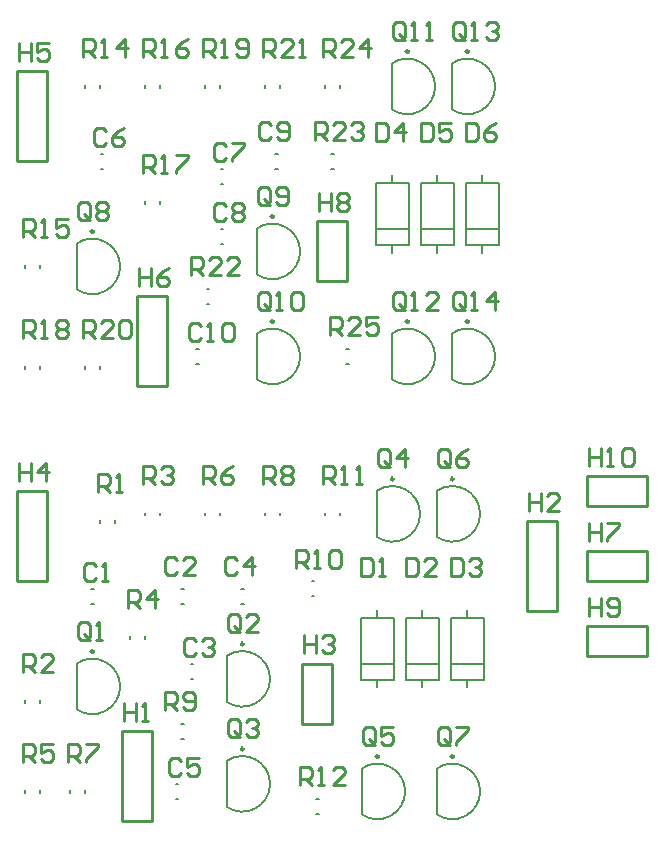
<source format=gto>
G04*
G04 #@! TF.GenerationSoftware,Altium Limited,Altium Designer,23.11.1 (41)*
G04*
G04 Layer_Color=65535*
%FSLAX44Y44*%
%MOMM*%
G71*
G04*
G04 #@! TF.SameCoordinates,1A69B1BA-F8A6-4B25-9280-10EF192BA1B0*
G04*
G04*
G04 #@! TF.FilePolarity,Positive*
G04*
G01*
G75*
%ADD10C,0.2500*%
%ADD11C,0.2000*%
%ADD12C,0.2540*%
D10*
X331450Y766100D02*
G03*
X331450Y766100I-1250J0D01*
G01*
X483850Y778800D02*
G03*
X483850Y778800I-1250J0D01*
G01*
Y689900D02*
G03*
X483850Y689900I-1250J0D01*
G01*
X598150D02*
G03*
X598150Y689900I-1250J0D01*
G01*
X648950D02*
G03*
X648950Y689900I-1250J0D01*
G01*
Y918500D02*
G03*
X648950Y918500I-1250J0D01*
G01*
X598150D02*
G03*
X598150Y918500I-1250J0D01*
G01*
X636250Y321600D02*
G03*
X636250Y321600I-1250J0D01*
G01*
Y556600D02*
G03*
X636250Y556600I-1250J0D01*
G01*
X572750Y321600D02*
G03*
X572750Y321600I-1250J0D01*
G01*
X585450Y556600D02*
G03*
X585450Y556600I-1250J0D01*
G01*
X458450Y328000D02*
G03*
X458450Y328000I-1250J0D01*
G01*
Y416900D02*
G03*
X458450Y416900I-1250J0D01*
G01*
X331450Y410500D02*
G03*
X331450Y410500I-1250J0D01*
G01*
D11*
X316849Y717261D02*
G03*
X316845Y755937I13352J19339D01*
G01*
X469249Y729961D02*
G03*
X469245Y768637I13352J19339D01*
G01*
X469249Y641061D02*
G03*
X469245Y679737I13352J19339D01*
G01*
X583549Y641061D02*
G03*
X583545Y679737I13352J19339D01*
G01*
X634348Y641061D02*
G03*
X634345Y679737I13352J19339D01*
G01*
X634348Y869661D02*
G03*
X634345Y908337I13352J19339D01*
G01*
X583549Y869661D02*
G03*
X583545Y908337I13352J19339D01*
G01*
X621648Y272761D02*
G03*
X621645Y311437I13352J19339D01*
G01*
X621648Y507761D02*
G03*
X621645Y546436I13352J19339D01*
G01*
X558148Y272761D02*
G03*
X558145Y311437I13352J19339D01*
G01*
X570849Y507761D02*
G03*
X570845Y546436I13352J19339D01*
G01*
X443848Y279161D02*
G03*
X443845Y317836I13352J19339D01*
G01*
X443848Y368061D02*
G03*
X443845Y406736I13352J19339D01*
G01*
X316849Y361661D02*
G03*
X316845Y400337I13352J19339D01*
G01*
X316850Y717263D02*
Y755937D01*
X469250Y729964D02*
Y768636D01*
Y641064D02*
Y679736D01*
X583550Y641064D02*
Y679736D01*
X634350Y641064D02*
Y679736D01*
X570200Y755000D02*
Y807000D01*
X598200D01*
Y755000D02*
Y807000D01*
X570200Y755000D02*
X598200D01*
X584200Y748350D02*
Y755000D01*
Y807000D02*
Y813650D01*
X570900Y768000D02*
X597500D01*
X646400Y755000D02*
Y807000D01*
X674400D01*
Y755000D02*
Y807000D01*
X646400Y755000D02*
X674400D01*
X660400Y748350D02*
Y755000D01*
Y807000D02*
Y813650D01*
X647100Y768000D02*
X673700D01*
X608300Y755000D02*
Y807000D01*
X636300D01*
Y755000D02*
Y807000D01*
X608300Y755000D02*
X636300D01*
X622300Y748350D02*
Y755000D01*
Y807000D02*
Y813650D01*
X609000Y768000D02*
X635600D01*
X634350Y869663D02*
Y908336D01*
X583550Y869663D02*
Y908336D01*
X285650Y650150D02*
Y652150D01*
X273150Y650150D02*
Y652150D01*
X285650Y735600D02*
Y737600D01*
X273150Y735600D02*
Y737600D01*
X336450Y650150D02*
Y652150D01*
X323950Y650150D02*
Y652150D01*
X418100Y654150D02*
X420100D01*
X418100Y666650D02*
X420100D01*
X427350Y704950D02*
X429350D01*
X427350Y717450D02*
X429350D01*
X387250Y789850D02*
Y791850D01*
X374750Y789850D02*
Y791850D01*
X337600Y819250D02*
X339600D01*
X337600Y831750D02*
X339600D01*
X336450Y888000D02*
Y890000D01*
X323950Y888000D02*
Y890000D01*
X439200Y755750D02*
X441200D01*
X439200Y768250D02*
X441200D01*
X439200Y806550D02*
X441200D01*
X439200Y819050D02*
X441200D01*
X387250Y888000D02*
Y890000D01*
X374750Y888000D02*
Y890000D01*
X438050Y888000D02*
Y890000D01*
X425550Y888000D02*
Y890000D01*
X485050Y819250D02*
X487050D01*
X485050Y831750D02*
X487050D01*
X532400Y819250D02*
X534400D01*
X532400Y831750D02*
X534400D01*
X488850Y888000D02*
Y890000D01*
X476350Y888000D02*
Y890000D01*
X545100Y654150D02*
X547100D01*
X545100Y666650D02*
X547100D01*
X539650Y888000D02*
Y890000D01*
X527150Y888000D02*
Y890000D01*
X519700Y285650D02*
X521700D01*
X519700Y273150D02*
X521700D01*
X527150Y526100D02*
Y528100D01*
X539650Y526100D02*
Y528100D01*
X516250Y469850D02*
X518250D01*
X516250Y457350D02*
X518250D01*
X405400Y349150D02*
X407400D01*
X405400Y336650D02*
X407400D01*
X476350Y526100D02*
Y528100D01*
X488850Y526100D02*
Y528100D01*
X311250Y291100D02*
Y293100D01*
X323750Y291100D02*
Y293100D01*
X425550Y526100D02*
Y528100D01*
X438050Y526100D02*
Y528100D01*
X273150Y291100D02*
Y293100D01*
X285650Y291100D02*
Y293100D01*
X362050Y421550D02*
Y423550D01*
X374550Y421550D02*
Y423550D01*
X374750Y526100D02*
Y528100D01*
X387250Y526100D02*
Y528100D01*
X273150Y367300D02*
Y369300D01*
X285650Y367300D02*
Y369300D01*
X336650Y519700D02*
Y521700D01*
X349150Y519700D02*
Y521700D01*
X621650Y272764D02*
Y311437D01*
Y507763D02*
Y546436D01*
X558150Y272764D02*
Y311437D01*
X570850Y507763D02*
Y546436D01*
X443850Y279163D02*
Y317836D01*
Y368063D02*
Y406736D01*
X316850Y361664D02*
Y400336D01*
X634400Y399800D02*
X661000D01*
X647700Y438800D02*
Y445450D01*
Y380150D02*
Y386800D01*
X633700D02*
X661700D01*
Y438800D01*
X633700D02*
X661700D01*
X633700Y386800D02*
Y438800D01*
X596300Y399800D02*
X622900D01*
X609600Y438800D02*
Y445450D01*
Y380150D02*
Y386800D01*
X595600D02*
X623600D01*
Y438800D01*
X595600D02*
X623600D01*
X595600Y386800D02*
Y438800D01*
X558200Y399800D02*
X584800D01*
X571500Y438800D02*
Y445450D01*
Y380150D02*
Y386800D01*
X557500D02*
X585500D01*
Y438800D01*
X557500D02*
X585500D01*
X557500Y386800D02*
Y438800D01*
X401100Y298350D02*
X403100D01*
X401100Y285850D02*
X403100D01*
X456200Y463450D02*
X458200D01*
X456200Y450950D02*
X458200D01*
X413800Y399950D02*
X415800D01*
X413800Y387450D02*
X415800D01*
X405400Y463450D02*
X407400D01*
X405400Y450950D02*
X407400D01*
X329200Y463450D02*
X331200D01*
X329200Y450950D02*
X331200D01*
D12*
X292100Y825500D02*
Y901700D01*
X266700Y825500D02*
Y901700D01*
X292100D01*
X266700Y825500D02*
X292100D01*
X368300Y635000D02*
Y711200D01*
X393700Y635000D02*
Y711200D01*
X368300Y635000D02*
X393700D01*
X368300Y711200D02*
X393700D01*
X520700Y723900D02*
Y774700D01*
X546100Y723900D02*
Y774700D01*
X520700Y723900D02*
X546100D01*
X520700Y774700D02*
X546100D01*
X800100Y533400D02*
Y558800D01*
X749300Y533400D02*
Y558800D01*
Y533400D02*
X800100D01*
X749300Y558800D02*
X800100D01*
Y406400D02*
Y431800D01*
X749300Y406400D02*
Y431800D01*
Y406400D02*
X800100D01*
X749300Y431800D02*
X800100D01*
Y469900D02*
Y495300D01*
X749300Y469900D02*
Y495300D01*
Y469900D02*
X800100D01*
X749300Y495300D02*
X800100D01*
X266700Y469900D02*
X292100D01*
X266700Y546100D02*
X292100D01*
X266700Y469900D02*
Y546100D01*
X292100Y469900D02*
Y546100D01*
X508000Y400100D02*
X533400D01*
X508000Y349300D02*
X533400D01*
Y400100D01*
X508000Y349300D02*
Y400100D01*
X698500Y444500D02*
X723900D01*
X698500Y520700D02*
X723900D01*
X698500Y444500D02*
Y520700D01*
X723900Y444500D02*
Y520700D01*
X355600Y342900D02*
X381000D01*
X355600Y266700D02*
X381000D01*
Y342900D01*
X355600Y266700D02*
Y342900D01*
X531368Y678180D02*
Y693415D01*
X538985D01*
X541525Y690876D01*
Y685798D01*
X538985Y683258D01*
X531368D01*
X536446D02*
X541525Y678180D01*
X556760D02*
X546603D01*
X556760Y688337D01*
Y690876D01*
X554221Y693415D01*
X549142D01*
X546603Y690876D01*
X571995Y693415D02*
X561838D01*
Y685798D01*
X566917Y688337D01*
X569456D01*
X571995Y685798D01*
Y680719D01*
X569456Y678180D01*
X564377D01*
X561838Y680719D01*
X525780Y913892D02*
Y929127D01*
X533397D01*
X535937Y926588D01*
Y921509D01*
X533397Y918970D01*
X525780D01*
X530858D02*
X535937Y913892D01*
X551172D02*
X541015D01*
X551172Y924049D01*
Y926588D01*
X548633Y929127D01*
X543554D01*
X541015Y926588D01*
X563868Y913892D02*
Y929127D01*
X556250Y921509D01*
X566407D01*
X518668Y843280D02*
Y858515D01*
X526286D01*
X528825Y855976D01*
Y850898D01*
X526286Y848358D01*
X518668D01*
X523746D02*
X528825Y843280D01*
X544060D02*
X533903D01*
X544060Y853437D01*
Y855976D01*
X541521Y858515D01*
X536442D01*
X533903Y855976D01*
X549138D02*
X551677Y858515D01*
X556756D01*
X559295Y855976D01*
Y853437D01*
X556756Y850898D01*
X554216D01*
X556756D01*
X559295Y848358D01*
Y845819D01*
X556756Y843280D01*
X551677D01*
X549138Y845819D01*
X413766Y728980D02*
Y744215D01*
X421384D01*
X423923Y741676D01*
Y736598D01*
X421384Y734058D01*
X413766D01*
X418844D02*
X423923Y728980D01*
X439158D02*
X429001D01*
X439158Y739137D01*
Y741676D01*
X436619Y744215D01*
X431540D01*
X429001Y741676D01*
X454393Y728980D02*
X444236D01*
X454393Y739137D01*
Y741676D01*
X451854Y744215D01*
X446775D01*
X444236Y741676D01*
X474980Y913892D02*
Y929127D01*
X482598D01*
X485137Y926588D01*
Y921509D01*
X482598Y918970D01*
X474980D01*
X480058D02*
X485137Y913892D01*
X500372D02*
X490215D01*
X500372Y924049D01*
Y926588D01*
X497833Y929127D01*
X492754D01*
X490215Y926588D01*
X505450Y913892D02*
X510528D01*
X507989D01*
Y929127D01*
X505450Y926588D01*
X322580Y675894D02*
Y691129D01*
X330197D01*
X332737Y688590D01*
Y683512D01*
X330197Y680972D01*
X322580D01*
X327658D02*
X332737Y675894D01*
X347972D02*
X337815D01*
X347972Y686051D01*
Y688590D01*
X345433Y691129D01*
X340354D01*
X337815Y688590D01*
X353050D02*
X355589Y691129D01*
X360668D01*
X363207Y688590D01*
Y678433D01*
X360668Y675894D01*
X355589D01*
X353050Y678433D01*
Y688590D01*
X424180Y913892D02*
Y929127D01*
X431797D01*
X434337Y926588D01*
Y921509D01*
X431797Y918970D01*
X424180D01*
X429258D02*
X434337Y913892D01*
X439415D02*
X444493D01*
X441954D01*
Y929127D01*
X439415Y926588D01*
X452111Y916431D02*
X454650Y913892D01*
X459729D01*
X462268Y916431D01*
Y926588D01*
X459729Y929127D01*
X454650D01*
X452111Y926588D01*
Y924049D01*
X454650Y921509D01*
X462268D01*
X271780Y675894D02*
Y691129D01*
X279398D01*
X281937Y688590D01*
Y683512D01*
X279398Y680972D01*
X271780D01*
X276858D02*
X281937Y675894D01*
X287015D02*
X292093D01*
X289554D01*
Y691129D01*
X287015Y688590D01*
X299711D02*
X302250Y691129D01*
X307328D01*
X309868Y688590D01*
Y686051D01*
X307328Y683512D01*
X309868Y680972D01*
Y678433D01*
X307328Y675894D01*
X302250D01*
X299711Y678433D01*
Y680972D01*
X302250Y683512D01*
X299711Y686051D01*
Y688590D01*
X302250Y683512D02*
X307328D01*
X373380Y815594D02*
Y830829D01*
X380998D01*
X383537Y828290D01*
Y823212D01*
X380998Y820672D01*
X373380D01*
X378458D02*
X383537Y815594D01*
X388615D02*
X393693D01*
X391154D01*
Y830829D01*
X388615Y828290D01*
X401311Y830829D02*
X411468D01*
Y828290D01*
X401311Y818133D01*
Y815594D01*
X373380Y913892D02*
Y929127D01*
X380998D01*
X383537Y926588D01*
Y921509D01*
X380998Y918970D01*
X373380D01*
X378458D02*
X383537Y913892D01*
X388615D02*
X393693D01*
X391154D01*
Y929127D01*
X388615Y926588D01*
X411468Y929127D02*
X406389Y926588D01*
X401311Y921509D01*
Y916431D01*
X403850Y913892D01*
X408928D01*
X411468Y916431D01*
Y918970D01*
X408928Y921509D01*
X401311D01*
X271780Y761492D02*
Y776727D01*
X279398D01*
X281937Y774188D01*
Y769109D01*
X279398Y766570D01*
X271780D01*
X276858D02*
X281937Y761492D01*
X287015D02*
X292093D01*
X289554D01*
Y776727D01*
X287015Y774188D01*
X309868Y776727D02*
X299711D01*
Y769109D01*
X304789Y771649D01*
X307328D01*
X309868Y769109D01*
Y764031D01*
X307328Y761492D01*
X302250D01*
X299711Y764031D01*
X322580Y913892D02*
Y929127D01*
X330197D01*
X332737Y926588D01*
Y921509D01*
X330197Y918970D01*
X322580D01*
X327658D02*
X332737Y913892D01*
X337815D02*
X342893D01*
X340354D01*
Y929127D01*
X337815Y926588D01*
X358129Y913892D02*
Y929127D01*
X350511Y921509D01*
X360668D01*
X505968Y297180D02*
Y312415D01*
X513586D01*
X516125Y309876D01*
Y304797D01*
X513586Y302258D01*
X505968D01*
X511046D02*
X516125Y297180D01*
X521203D02*
X526281D01*
X523742D01*
Y312415D01*
X521203Y309876D01*
X544056Y297180D02*
X533899D01*
X544056Y307337D01*
Y309876D01*
X541516Y312415D01*
X536438D01*
X533899Y309876D01*
X525780Y551992D02*
Y567227D01*
X533397D01*
X535937Y564688D01*
Y559609D01*
X533397Y557070D01*
X525780D01*
X530858D02*
X535937Y551992D01*
X541015D02*
X546093D01*
X543554D01*
Y567227D01*
X541015Y564688D01*
X553711Y551992D02*
X558789D01*
X556250D01*
Y567227D01*
X553711Y564688D01*
X502666Y481380D02*
Y496615D01*
X510284D01*
X512823Y494076D01*
Y488997D01*
X510284Y486458D01*
X502666D01*
X507744D02*
X512823Y481380D01*
X517901D02*
X522979D01*
X520440D01*
Y496615D01*
X517901Y494076D01*
X530597D02*
X533136Y496615D01*
X538214D01*
X540754Y494076D01*
Y483919D01*
X538214Y481380D01*
X533136D01*
X530597Y483919D01*
Y494076D01*
X391668Y360680D02*
Y375915D01*
X399286D01*
X401825Y373376D01*
Y368298D01*
X399286Y365758D01*
X391668D01*
X396746D02*
X401825Y360680D01*
X406903Y363219D02*
X409442Y360680D01*
X414521D01*
X417060Y363219D01*
Y373376D01*
X414521Y375915D01*
X409442D01*
X406903Y373376D01*
Y370837D01*
X409442Y368298D01*
X417060D01*
X474980Y551992D02*
Y567227D01*
X482598D01*
X485137Y564688D01*
Y559609D01*
X482598Y557070D01*
X474980D01*
X480058D02*
X485137Y551992D01*
X490215Y564688D02*
X492754Y567227D01*
X497833D01*
X500372Y564688D01*
Y562149D01*
X497833Y559609D01*
X500372Y557070D01*
Y554531D01*
X497833Y551992D01*
X492754D01*
X490215Y554531D01*
Y557070D01*
X492754Y559609D01*
X490215Y562149D01*
Y564688D01*
X492754Y559609D02*
X497833D01*
X309880Y316992D02*
Y332227D01*
X317498D01*
X320037Y329688D01*
Y324609D01*
X317498Y322070D01*
X309880D01*
X314958D02*
X320037Y316992D01*
X325115Y332227D02*
X335272D01*
Y329688D01*
X325115Y319531D01*
Y316992D01*
X424180Y551992D02*
Y567227D01*
X431797D01*
X434337Y564688D01*
Y559609D01*
X431797Y557070D01*
X424180D01*
X429258D02*
X434337Y551992D01*
X449572Y567227D02*
X444493Y564688D01*
X439415Y559609D01*
Y554531D01*
X441954Y551992D01*
X447033D01*
X449572Y554531D01*
Y557070D01*
X447033Y559609D01*
X439415D01*
X271780Y316992D02*
Y332227D01*
X279398D01*
X281937Y329688D01*
Y324609D01*
X279398Y322070D01*
X271780D01*
X276858D02*
X281937Y316992D01*
X297172Y332227D02*
X287015D01*
Y324609D01*
X292093Y327149D01*
X294633D01*
X297172Y324609D01*
Y319531D01*
X294633Y316992D01*
X289554D01*
X287015Y319531D01*
X360680Y447294D02*
Y462529D01*
X368298D01*
X370837Y459990D01*
Y454911D01*
X368298Y452372D01*
X360680D01*
X365758D02*
X370837Y447294D01*
X383533D02*
Y462529D01*
X375915Y454911D01*
X386072D01*
X373380Y551992D02*
Y567227D01*
X380998D01*
X383537Y564688D01*
Y559609D01*
X380998Y557070D01*
X373380D01*
X378458D02*
X383537Y551992D01*
X388615Y564688D02*
X391154Y567227D01*
X396233D01*
X398772Y564688D01*
Y562149D01*
X396233Y559609D01*
X393693D01*
X396233D01*
X398772Y557070D01*
Y554531D01*
X396233Y551992D01*
X391154D01*
X388615Y554531D01*
X271780Y393192D02*
Y408427D01*
X279398D01*
X281937Y405888D01*
Y400810D01*
X279398Y398270D01*
X271780D01*
X276858D02*
X281937Y393192D01*
X297172D02*
X287015D01*
X297172Y403349D01*
Y405888D01*
X294633Y408427D01*
X289554D01*
X287015Y405888D01*
X335280Y545592D02*
Y560827D01*
X342897D01*
X345437Y558288D01*
Y553209D01*
X342897Y550670D01*
X335280D01*
X340358D02*
X345437Y545592D01*
X350515D02*
X355593D01*
X353054D01*
Y560827D01*
X350515Y558288D01*
X645919Y702563D02*
Y712720D01*
X643380Y715259D01*
X638301D01*
X635762Y712720D01*
Y702563D01*
X638301Y700024D01*
X643380D01*
X640840Y705102D02*
X645919Y700024D01*
X643380D02*
X645919Y702563D01*
X650997Y700024D02*
X656075D01*
X653536D01*
Y715259D01*
X650997Y712720D01*
X671311Y700024D02*
Y715259D01*
X663693Y707642D01*
X673850D01*
X645919Y931163D02*
Y941320D01*
X643380Y943859D01*
X638301D01*
X635762Y941320D01*
Y931163D01*
X638301Y928624D01*
X643380D01*
X640840Y933702D02*
X645919Y928624D01*
X643380D02*
X645919Y931163D01*
X650997Y928624D02*
X656075D01*
X653536D01*
Y943859D01*
X650997Y941320D01*
X663693D02*
X666232Y943859D01*
X671311D01*
X673850Y941320D01*
Y938781D01*
X671311Y936242D01*
X668771D01*
X671311D01*
X673850Y933702D01*
Y931163D01*
X671311Y928624D01*
X666232D01*
X663693Y931163D01*
X595119Y702563D02*
Y712720D01*
X592579Y715259D01*
X587501D01*
X584962Y712720D01*
Y702563D01*
X587501Y700024D01*
X592579D01*
X590040Y705102D02*
X595119Y700024D01*
X592579D02*
X595119Y702563D01*
X600197Y700024D02*
X605275D01*
X602736D01*
Y715259D01*
X600197Y712720D01*
X623050Y700024D02*
X612893D01*
X623050Y710181D01*
Y712720D01*
X620510Y715259D01*
X615432D01*
X612893Y712720D01*
X595119Y931163D02*
Y941320D01*
X592579Y943859D01*
X587501D01*
X584962Y941320D01*
Y931163D01*
X587501Y928624D01*
X592579D01*
X590040Y933702D02*
X595119Y928624D01*
X592579D02*
X595119Y931163D01*
X600197Y928624D02*
X605275D01*
X602736D01*
Y943859D01*
X600197Y941320D01*
X612893Y928624D02*
X617971D01*
X615432D01*
Y943859D01*
X612893Y941320D01*
X480819Y702563D02*
Y712720D01*
X478279Y715259D01*
X473201D01*
X470662Y712720D01*
Y702563D01*
X473201Y700024D01*
X478279D01*
X475740Y705102D02*
X480819Y700024D01*
X478279D02*
X480819Y702563D01*
X485897Y700024D02*
X490975D01*
X488436D01*
Y715259D01*
X485897Y712720D01*
X498593D02*
X501132Y715259D01*
X506211D01*
X508750Y712720D01*
Y702563D01*
X506211Y700024D01*
X501132D01*
X498593Y702563D01*
Y712720D01*
X480819Y791463D02*
Y801620D01*
X478279Y804159D01*
X473201D01*
X470662Y801620D01*
Y791463D01*
X473201Y788924D01*
X478279D01*
X475740Y794002D02*
X480819Y788924D01*
X478279D02*
X480819Y791463D01*
X485897D02*
X488436Y788924D01*
X493515D01*
X496054Y791463D01*
Y801620D01*
X493515Y804159D01*
X488436D01*
X485897Y801620D01*
Y799081D01*
X488436Y796542D01*
X496054D01*
X328419Y778763D02*
Y788920D01*
X325880Y791459D01*
X320801D01*
X318262Y788920D01*
Y778763D01*
X320801Y776224D01*
X325880D01*
X323340Y781302D02*
X328419Y776224D01*
X325880D02*
X328419Y778763D01*
X333497Y788920D02*
X336036Y791459D01*
X341115D01*
X343654Y788920D01*
Y786381D01*
X341115Y783841D01*
X343654Y781302D01*
Y778763D01*
X341115Y776224D01*
X336036D01*
X333497Y778763D01*
Y781302D01*
X336036Y783841D01*
X333497Y786381D01*
Y788920D01*
X336036Y783841D02*
X341115D01*
X633219Y334263D02*
Y344420D01*
X630680Y346959D01*
X625601D01*
X623062Y344420D01*
Y334263D01*
X625601Y331724D01*
X630680D01*
X628140Y336802D02*
X633219Y331724D01*
X630680D02*
X633219Y334263D01*
X638297Y346959D02*
X648454D01*
Y344420D01*
X638297Y334263D01*
Y331724D01*
X633219Y569263D02*
Y579420D01*
X630680Y581959D01*
X625601D01*
X623062Y579420D01*
Y569263D01*
X625601Y566724D01*
X630680D01*
X628140Y571802D02*
X633219Y566724D01*
X630680D02*
X633219Y569263D01*
X648454Y581959D02*
X643375Y579420D01*
X638297Y574341D01*
Y569263D01*
X640836Y566724D01*
X645915D01*
X648454Y569263D01*
Y571802D01*
X645915Y574341D01*
X638297D01*
X569719Y334263D02*
Y344420D01*
X567179Y346959D01*
X562101D01*
X559562Y344420D01*
Y334263D01*
X562101Y331724D01*
X567179D01*
X564640Y336802D02*
X569719Y331724D01*
X567179D02*
X569719Y334263D01*
X584954Y346959D02*
X574797D01*
Y339342D01*
X579875Y341881D01*
X582415D01*
X584954Y339342D01*
Y334263D01*
X582415Y331724D01*
X577336D01*
X574797Y334263D01*
X582419Y569263D02*
Y579420D01*
X579879Y581959D01*
X574801D01*
X572262Y579420D01*
Y569263D01*
X574801Y566724D01*
X579879D01*
X577340Y571802D02*
X582419Y566724D01*
X579879D02*
X582419Y569263D01*
X595115Y566724D02*
Y581959D01*
X587497Y574341D01*
X597654D01*
X455419Y340663D02*
Y350820D01*
X452879Y353359D01*
X447801D01*
X445262Y350820D01*
Y340663D01*
X447801Y338124D01*
X452879D01*
X450340Y343202D02*
X455419Y338124D01*
X452879D02*
X455419Y340663D01*
X460497Y350820D02*
X463036Y353359D01*
X468115D01*
X470654Y350820D01*
Y348280D01*
X468115Y345741D01*
X465575D01*
X468115D01*
X470654Y343202D01*
Y340663D01*
X468115Y338124D01*
X463036D01*
X460497Y340663D01*
X455419Y429563D02*
Y439720D01*
X452879Y442259D01*
X447801D01*
X445262Y439720D01*
Y429563D01*
X447801Y427024D01*
X452879D01*
X450340Y432102D02*
X455419Y427024D01*
X452879D02*
X455419Y429563D01*
X470654Y427024D02*
X460497D01*
X470654Y437180D01*
Y439720D01*
X468115Y442259D01*
X463036D01*
X460497Y439720D01*
X328419Y423163D02*
Y433320D01*
X325880Y435859D01*
X320801D01*
X318262Y433320D01*
Y423163D01*
X320801Y420624D01*
X325880D01*
X323340Y425702D02*
X328419Y420624D01*
X325880D02*
X328419Y423163D01*
X333497Y420624D02*
X338575D01*
X336036D01*
Y435859D01*
X333497Y433320D01*
X750570Y582925D02*
Y567690D01*
Y575308D01*
X760727D01*
Y582925D01*
Y567690D01*
X765805D02*
X770883D01*
X768344D01*
Y582925D01*
X765805Y580386D01*
X778501D02*
X781040Y582925D01*
X786118D01*
X788658Y580386D01*
Y570229D01*
X786118Y567690D01*
X781040D01*
X778501Y570229D01*
Y580386D01*
X750570Y455925D02*
Y440690D01*
Y448307D01*
X760727D01*
Y455925D01*
Y440690D01*
X765805Y443229D02*
X768344Y440690D01*
X773423D01*
X775962Y443229D01*
Y453386D01*
X773423Y455925D01*
X768344D01*
X765805Y453386D01*
Y450847D01*
X768344Y448307D01*
X775962D01*
X521970Y798825D02*
Y783590D01*
Y791208D01*
X532127D01*
Y798825D01*
Y783590D01*
X537205Y796286D02*
X539744Y798825D01*
X544823D01*
X547362Y796286D01*
Y793747D01*
X544823Y791208D01*
X547362Y788668D01*
Y786129D01*
X544823Y783590D01*
X539744D01*
X537205Y786129D01*
Y788668D01*
X539744Y791208D01*
X537205Y793747D01*
Y796286D01*
X539744Y791208D02*
X544823D01*
X750570Y519425D02*
Y504190D01*
Y511808D01*
X760727D01*
Y519425D01*
Y504190D01*
X765805Y519425D02*
X775962D01*
Y516886D01*
X765805Y506729D01*
Y504190D01*
X369570Y735325D02*
Y720090D01*
Y727708D01*
X379727D01*
Y735325D01*
Y720090D01*
X394962Y735325D02*
X389883Y732786D01*
X384805Y727708D01*
Y722629D01*
X387344Y720090D01*
X392423D01*
X394962Y722629D01*
Y725168D01*
X392423Y727708D01*
X384805D01*
X267970Y925825D02*
Y910590D01*
Y918207D01*
X278127D01*
Y925825D01*
Y910590D01*
X293362Y925825D02*
X283205D01*
Y918207D01*
X288283Y920747D01*
X290823D01*
X293362Y918207D01*
Y913129D01*
X290823Y910590D01*
X285744D01*
X283205Y913129D01*
X267970Y570225D02*
Y554990D01*
Y562607D01*
X278127D01*
Y570225D01*
Y554990D01*
X290823D02*
Y570225D01*
X283205Y562607D01*
X293362D01*
X509270Y424225D02*
Y408990D01*
Y416607D01*
X519427D01*
Y424225D01*
Y408990D01*
X524505Y421686D02*
X527044Y424225D01*
X532123D01*
X534662Y421686D01*
Y419146D01*
X532123Y416607D01*
X529583D01*
X532123D01*
X534662Y414068D01*
Y411529D01*
X532123Y408990D01*
X527044D01*
X524505Y411529D01*
X699770Y544825D02*
Y529590D01*
Y537207D01*
X709927D01*
Y544825D01*
Y529590D01*
X725162D02*
X715005D01*
X725162Y539747D01*
Y542286D01*
X722623Y544825D01*
X717544D01*
X715005Y542286D01*
X356870Y367025D02*
Y351790D01*
Y359408D01*
X367027D01*
Y367025D01*
Y351790D01*
X372105D02*
X377183D01*
X374644D01*
Y367025D01*
X372105Y364486D01*
X646938Y858007D02*
Y842772D01*
X654556D01*
X657095Y845311D01*
Y855468D01*
X654556Y858007D01*
X646938D01*
X672330D02*
X667251Y855468D01*
X662173Y850389D01*
Y845311D01*
X664712Y842772D01*
X669791D01*
X672330Y845311D01*
Y847850D01*
X669791Y850389D01*
X662173D01*
X608838Y858007D02*
Y842772D01*
X616455D01*
X618995Y845311D01*
Y855468D01*
X616455Y858007D01*
X608838D01*
X634230D02*
X624073D01*
Y850389D01*
X629151Y852929D01*
X631691D01*
X634230Y850389D01*
Y845311D01*
X631691Y842772D01*
X626612D01*
X624073Y845311D01*
X570738Y858007D02*
Y842772D01*
X578355D01*
X580895Y845311D01*
Y855468D01*
X578355Y858007D01*
X570738D01*
X593591Y842772D02*
Y858007D01*
X585973Y850389D01*
X596130D01*
X634238Y489757D02*
Y474522D01*
X641855D01*
X644395Y477061D01*
Y487218D01*
X641855Y489757D01*
X634238D01*
X649473Y487218D02*
X652012Y489757D01*
X657091D01*
X659630Y487218D01*
Y484678D01*
X657091Y482139D01*
X654551D01*
X657091D01*
X659630Y479600D01*
Y477061D01*
X657091Y474522D01*
X652012D01*
X649473Y477061D01*
X596138Y489757D02*
Y474522D01*
X603755D01*
X606295Y477061D01*
Y487218D01*
X603755Y489757D01*
X596138D01*
X621530Y474522D02*
X611373D01*
X621530Y484678D01*
Y487218D01*
X618991Y489757D01*
X613912D01*
X611373Y487218D01*
X558038Y489757D02*
Y474522D01*
X565656D01*
X568195Y477061D01*
Y487218D01*
X565656Y489757D01*
X558038D01*
X573273Y474522D02*
X578351D01*
X575812D01*
Y489757D01*
X573273Y487218D01*
X422145Y686050D02*
X419605Y688589D01*
X414527D01*
X411988Y686050D01*
Y675893D01*
X414527Y673354D01*
X419605D01*
X422145Y675893D01*
X427223Y673354D02*
X432301D01*
X429762D01*
Y688589D01*
X427223Y686050D01*
X439919D02*
X442458Y688589D01*
X447537D01*
X450076Y686050D01*
Y675893D01*
X447537Y673354D01*
X442458D01*
X439919Y675893D01*
Y686050D01*
X481581Y855976D02*
X479041Y858515D01*
X473963D01*
X471424Y855976D01*
Y845819D01*
X473963Y843280D01*
X479041D01*
X481581Y845819D01*
X486659D02*
X489198Y843280D01*
X494277D01*
X496816Y845819D01*
Y855976D01*
X494277Y858515D01*
X489198D01*
X486659Y855976D01*
Y853437D01*
X489198Y850898D01*
X496816D01*
X443227Y787650D02*
X440687Y790189D01*
X435609D01*
X433070Y787650D01*
Y777493D01*
X435609Y774954D01*
X440687D01*
X443227Y777493D01*
X448305Y787650D02*
X450844Y790189D01*
X455923D01*
X458462Y787650D01*
Y785111D01*
X455923Y782571D01*
X458462Y780032D01*
Y777493D01*
X455923Y774954D01*
X450844D01*
X448305Y777493D01*
Y780032D01*
X450844Y782571D01*
X448305Y785111D01*
Y787650D01*
X450844Y782571D02*
X455923D01*
X443227Y838450D02*
X440687Y840989D01*
X435609D01*
X433070Y838450D01*
Y828293D01*
X435609Y825754D01*
X440687D01*
X443227Y828293D01*
X448305Y840989D02*
X458462D01*
Y838450D01*
X448305Y828293D01*
Y825754D01*
X341627Y851150D02*
X339087Y853689D01*
X334009D01*
X331470Y851150D01*
Y840993D01*
X334009Y838454D01*
X339087D01*
X341627Y840993D01*
X356862Y853689D02*
X351783Y851150D01*
X346705Y846071D01*
Y840993D01*
X349244Y838454D01*
X354323D01*
X356862Y840993D01*
Y843532D01*
X354323Y846071D01*
X346705D01*
X405127Y317750D02*
X402588Y320289D01*
X397509D01*
X394970Y317750D01*
Y307593D01*
X397509Y305054D01*
X402588D01*
X405127Y307593D01*
X420362Y320289D02*
X410205D01*
Y312672D01*
X415283Y315211D01*
X417823D01*
X420362Y312672D01*
Y307593D01*
X417823Y305054D01*
X412744D01*
X410205Y307593D01*
X452625Y487676D02*
X450085Y490215D01*
X445007D01*
X442468Y487676D01*
Y477519D01*
X445007Y474980D01*
X450085D01*
X452625Y477519D01*
X465321Y474980D02*
Y490215D01*
X457703Y482598D01*
X467860D01*
X417827Y419350D02*
X415288Y421889D01*
X410209D01*
X407670Y419350D01*
Y409193D01*
X410209Y406654D01*
X415288D01*
X417827Y409193D01*
X422905Y419350D02*
X425444Y421889D01*
X430523D01*
X433062Y419350D01*
Y416811D01*
X430523Y414272D01*
X427983D01*
X430523D01*
X433062Y411732D01*
Y409193D01*
X430523Y406654D01*
X425444D01*
X422905Y409193D01*
X401825Y487676D02*
X399286Y490215D01*
X394207D01*
X391668Y487676D01*
Y477519D01*
X394207Y474980D01*
X399286D01*
X401825Y477519D01*
X417060Y474980D02*
X406903D01*
X417060Y485137D01*
Y487676D01*
X414521Y490215D01*
X409442D01*
X406903Y487676D01*
X333245Y482850D02*
X330705Y485389D01*
X325627D01*
X323088Y482850D01*
Y472693D01*
X325627Y470154D01*
X330705D01*
X333245Y472693D01*
X338323Y470154D02*
X343401D01*
X340862D01*
Y485389D01*
X338323Y482850D01*
M02*

</source>
